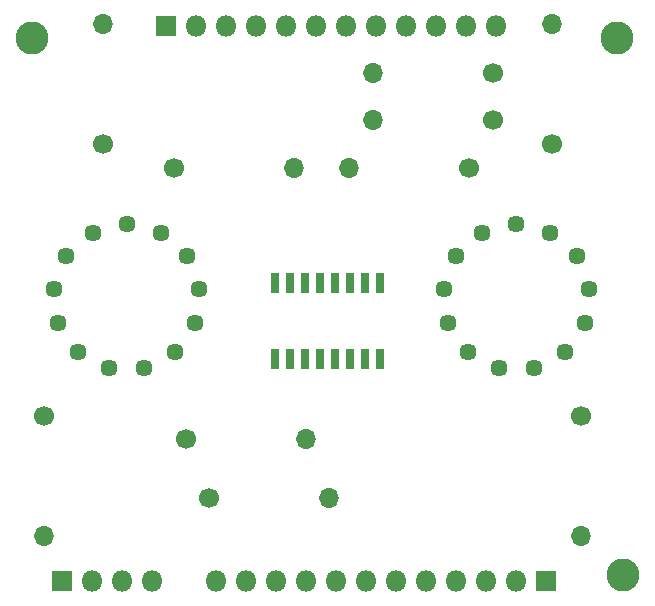
<source format=gbs>
G04 #@! TF.GenerationSoftware,KiCad,Pcbnew,5.1.6*
G04 #@! TF.CreationDate,2020-08-10T14:59:47+02:00*
G04 #@! TF.ProjectId,nixie_clock_holder,6e697869-655f-4636-9c6f-636b5f686f6c,rev?*
G04 #@! TF.SameCoordinates,Original*
G04 #@! TF.FileFunction,Soldermask,Bot*
G04 #@! TF.FilePolarity,Negative*
%FSLAX46Y46*%
G04 Gerber Fmt 4.6, Leading zero omitted, Abs format (unit mm)*
G04 Created by KiCad (PCBNEW 5.1.6) date 2020-08-10 14:59:47*
%MOMM*%
%LPD*%
G01*
G04 APERTURE LIST*
%ADD10C,2.800000*%
%ADD11C,1.446200*%
%ADD12O,1.700000X1.700000*%
%ADD13C,1.700000*%
%ADD14R,0.800000X1.750000*%
%ADD15O,1.800000X1.800000*%
%ADD16R,1.800000X1.800000*%
G04 APERTURE END LIST*
D10*
G04 #@! TO.C,H1*
X223000000Y-127500000D03*
G04 #@! TD*
G04 #@! TO.C,H2*
X222500000Y-82000000D03*
G04 #@! TD*
G04 #@! TO.C,H3*
X173000000Y-82000000D03*
G04 #@! TD*
D11*
G04 #@! TO.C,N1*
X183875280Y-98521220D03*
X178124720Y-98521220D03*
X181000000Y-97812560D03*
X174855740Y-103255780D03*
X175213880Y-106194560D03*
X176895360Y-108632960D03*
X179519180Y-110009640D03*
X182480820Y-110009640D03*
X185104640Y-108632960D03*
X186786120Y-106194560D03*
X187144260Y-103255780D03*
X186092700Y-100484640D03*
X175907300Y-100484640D03*
G04 #@! TD*
G04 #@! TO.C,N2*
X216875280Y-98521220D03*
X211124720Y-98521220D03*
X214000000Y-97812560D03*
X207855740Y-103255780D03*
X208213880Y-106194560D03*
X209895360Y-108632960D03*
X212519180Y-110009640D03*
X215480820Y-110009640D03*
X218104640Y-108632960D03*
X219786120Y-106194560D03*
X220144260Y-103255780D03*
X219092700Y-100484640D03*
X208907300Y-100484640D03*
G04 #@! TD*
D12*
G04 #@! TO.C,R10*
X196160000Y-116000000D03*
D13*
X186000000Y-116000000D03*
G04 #@! TD*
D12*
G04 #@! TO.C,R9*
X198160000Y-121000000D03*
D13*
X188000000Y-121000000D03*
G04 #@! TD*
D12*
G04 #@! TO.C,R8*
X201840000Y-85000000D03*
D13*
X212000000Y-85000000D03*
G04 #@! TD*
D12*
G04 #@! TO.C,R7*
X201840000Y-89000000D03*
D13*
X212000000Y-89000000D03*
G04 #@! TD*
D12*
G04 #@! TO.C,R6*
X217000000Y-80840000D03*
D13*
X217000000Y-91000000D03*
G04 #@! TD*
D12*
G04 #@! TO.C,R5*
X199840000Y-93000000D03*
D13*
X210000000Y-93000000D03*
G04 #@! TD*
D12*
G04 #@! TO.C,R4*
X195160000Y-93000000D03*
D13*
X185000000Y-93000000D03*
G04 #@! TD*
D12*
G04 #@! TO.C,R3*
X179000000Y-80840000D03*
D13*
X179000000Y-91000000D03*
G04 #@! TD*
D12*
G04 #@! TO.C,R2*
X219500000Y-124160000D03*
D13*
X219500000Y-114000000D03*
G04 #@! TD*
D12*
G04 #@! TO.C,R1*
X174000000Y-124160000D03*
D13*
X174000000Y-114000000D03*
G04 #@! TD*
D14*
G04 #@! TO.C,O1*
X202445000Y-102800000D03*
X201175000Y-102800000D03*
X199905000Y-102800000D03*
X198635000Y-102800000D03*
X197365000Y-102800000D03*
X196095000Y-102800000D03*
X194825000Y-102800000D03*
X193555000Y-102800000D03*
X193555000Y-109200000D03*
X194825000Y-109200000D03*
X196095000Y-109200000D03*
X197365000Y-109200000D03*
X198635000Y-109200000D03*
X199905000Y-109200000D03*
X201175000Y-109200000D03*
X202445000Y-109200000D03*
G04 #@! TD*
D15*
G04 #@! TO.C,J3*
X183120000Y-128000000D03*
X180580000Y-128000000D03*
X178040000Y-128000000D03*
D16*
X175500000Y-128000000D03*
G04 #@! TD*
D15*
G04 #@! TO.C,J2*
X188560000Y-128000000D03*
X191100000Y-128000000D03*
X193640000Y-128000000D03*
X196180000Y-128000000D03*
X198720000Y-128000000D03*
X201260000Y-128000000D03*
X203800000Y-128000000D03*
X206340000Y-128000000D03*
X208880000Y-128000000D03*
X211420000Y-128000000D03*
X213960000Y-128000000D03*
D16*
X216500000Y-128000000D03*
G04 #@! TD*
D15*
G04 #@! TO.C,J1*
X212240000Y-81000000D03*
X209700000Y-81000000D03*
X207160000Y-81000000D03*
X204620000Y-81000000D03*
X202080000Y-81000000D03*
X199540000Y-81000000D03*
X197000000Y-81000000D03*
X194460000Y-81000000D03*
X191920000Y-81000000D03*
X189380000Y-81000000D03*
X186840000Y-81000000D03*
D16*
X184300000Y-81000000D03*
G04 #@! TD*
M02*

</source>
